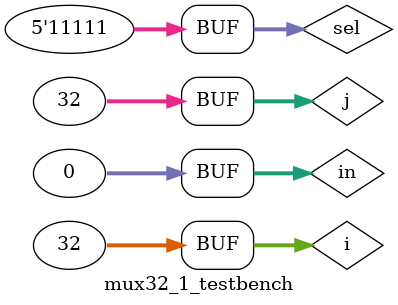
<source format=sv>
`timescale 1ns/10ps

module mux32_1(
	output logic out,
	input  logic [31:0] in,
	input  logic [4:0]  sel
	);

	parameter delay = 0.05;

//------Create the mux8_1 from mux2_1--------------------------
	logic [9:0] w;

	mux2_1 mux10 (.out, .in0(w[8]), .in1(w[9]), .sel1(sel[4]));
	mux4_1 mux9	 (.out(w[9]), .in(w[7:4]),      .sel(sel[3:2]));
	mux4_1 mux8	 (.out(w[8]), .in(w[3:0]),      .sel(sel[3:2]));
	mux4_1 mux7	 (.out(w[7]), .in(in[31:28]),   .sel(sel[1:0]));
	mux4_1 mux6	 (.out(w[6]), .in(in[27:24]),   .sel(sel[1:0]));
	mux4_1 mux5	 (.out(w[5]), .in(in[23:20]),   .sel(sel[1:0]));
	mux4_1 mux4	 (.out(w[4]), .in(in[19:16]),   .sel(sel[1:0]));
	mux4_1 mux3	 (.out(w[3]), .in(in[15:12]),   .sel(sel[1:0]));
	mux4_1 mux2	 (.out(w[2]), .in(in[11:8]),    .sel(sel[1:0]));
	mux4_1 mux1	 (.out(w[1]), .in(in[7:4]),     .sel(sel[1:0]));
	mux4_1 mux0	 (.out(w[0]), .in(in[3:0]),     .sel(sel[1:0]));

endmodule

//------Testbench for 32_1 mux---------------------------------
module mux32_1_testbench();
	logic out;
	logic [31:0] in;
	logic [4:0]  sel;

	mux32_1 dut (.out, .in, .sel);

	integer j;
		initial begin
		for (j=0; j<32; j++) begin
			in[j] = 64'b0;
		end
	end

	integer i;
		initial begin
		for(i=0; i<32; i++) begin
			sel = i;

			in[i]   = 64'h0000000000000000;		#10;
			in[i]   = 64'hFFFFFFFFFFFFFFFF;		#10;
			in[i]   = 64'h00000000FF000000;		#10;
			in[i]   = 64'h0000000000000000;		#10;

			in[14]   = 64'h00000000FF000000;		#10;
			in[i]   = 64'h0000000000000000;		#10;

			in[2]   = 64'h00000000FF000000;		#10;
			in[2]   = 64'h0000000000000000;		#10;


		end
	end
endmodule

</source>
